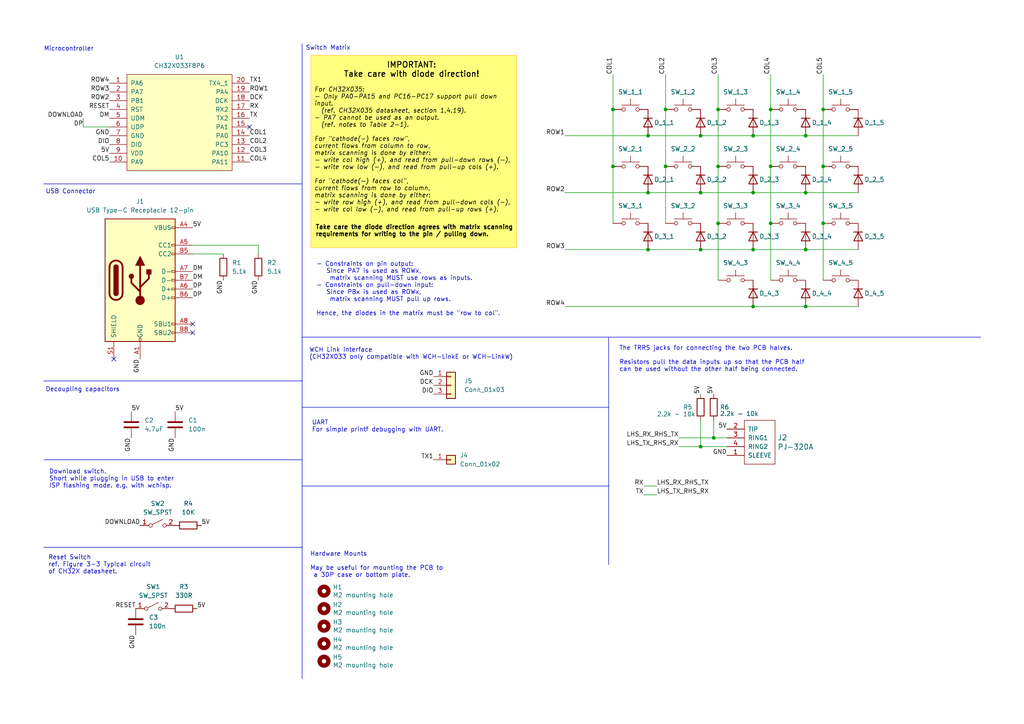
<source format=kicad_sch>
(kicad_sch (version 20231120) (generator "eeschema") (generator_version "8.0")
  (paper "A4")
  (title_block (title "CH32X-36 (LHS)") (date "2025-03-11") (rev "rev2025.1") (company "Richard Goulter (rgoulter)") (comment 1 "Using CH32X MCU.") (comment 2 "LHS of split 3x5+3 keyboard") (comment 3 "Project: https://github.com/rgoulter/keyboard-labs"))
  (lib_symbols
    (symbol "Connector:USB_C_Receptacle_USB2.0" (pin_names (offset 1.016))
      (property "Reference" "J" (at -10.16 19.05 0))
      (property "Value" "USB_C_Receptacle_USB2.0" (at 19.05 19.05 0))
      (symbol "USB_C_Receptacle_USB2.0_0_0"
        (rectangle (start -0.254 -17.78) (end 0.254 -16.764))
        (rectangle (start 10.16 -14.986) (end 9.144 -15.494))
        (rectangle (start 10.16 -12.446) (end 9.144 -12.954))
        (rectangle (start 10.16 -4.826) (end 9.144 -5.334))
        (rectangle (start 10.16 -2.286) (end 9.144 -2.794))
        (rectangle (start 10.16 0.254) (end 9.144 -0.254))
        (rectangle (start 10.16 2.794) (end 9.144 2.286))
        (rectangle (start 10.16 7.874) (end 9.144 7.366))
        (rectangle (start 10.16 10.414) (end 9.144 9.906))
        (rectangle (start 10.16 15.494) (end 9.144 14.986))
      )
      (symbol "USB_C_Receptacle_USB2.0_0_1"
        (rectangle (start -10.16 17.78) (end 10.16 -17.78) (stroke (width 0.254)) (fill (type background)))
        (arc (start -8.89 -3.81) (mid -6.985 -5.7067) (end -5.08 -3.81) (stroke (width 0.508)))
        (arc (start -7.62 -3.81) (mid -6.985 -4.4423) (end -6.35 -3.81) (stroke (width 0.254)))
        (arc (start -7.62 -3.81) (mid -6.985 -4.4423) (end -6.35 -3.81) (stroke (width 0.254)) (fill (type outline)))
        (rectangle (start -7.62 -3.81) (end -6.35 3.81) (stroke (width 0.254)) (fill (type outline)))
        (arc (start -6.35 3.81) (mid -6.985 4.4423) (end -7.62 3.81) (stroke (width 0.254)))
        (arc (start -6.35 3.81) (mid -6.985 4.4423) (end -7.62 3.81) (stroke (width 0.254)) (fill (type outline)))
        (arc (start -5.08 3.81) (mid -6.985 5.7067) (end -8.89 3.81) (stroke (width 0.508)))
        (circle (center -2.54 1.143) (radius 0.635) (stroke (width 0.254)) (fill (type outline)))
        (circle (center 0 -5.842) (radius 1.27) (fill (type outline)))
        (polyline (pts (xy -8.89 -3.81) (xy -8.89 3.81)) (stroke (width 0.508)))
        (polyline (pts (xy -5.08 3.81) (xy -5.08 -3.81)) (stroke (width 0.508)))
        (polyline (pts (xy 0 -5.842) (xy 0 4.318)) (stroke (width 0.508)))
        (polyline (pts (xy 0 -3.302) (xy -2.54 -0.762) (xy -2.54 0.508)) (stroke (width 0.508)))
        (polyline (pts (xy 0 -2.032) (xy 2.54 0.508) (xy 2.54 1.778)) (stroke (width 0.508)))
        (polyline (pts (xy -1.27 4.318) (xy 0 6.858) (xy 1.27 4.318) (xy -1.27 4.318)) (stroke (width 0.254)) (fill (type outline)))
        (rectangle (start 1.905 1.778) (end 3.175 3.048) (stroke (width 0.254)) (fill (type outline)))
      )
      (symbol "USB_C_Receptacle_USB2.0_1_1"
        (pin passive line (at 0 -22.86 90) (length 5.08) (name "GND") (number "A1"))
        (pin passive line (at 0 -22.86 90) (length 5.08) hide (name "GND") (number "A12"))
        (pin passive line (at 15.24 15.24 180) (length 5.08) (name "VBUS") (number "A4"))
        (pin bidirectional line (at 15.24 10.16 180) (length 5.08) (name "CC1") (number "A5"))
        (pin bidirectional line (at 15.24 -2.54 180) (length 5.08) (name "D+") (number "A6"))
        (pin bidirectional line (at 15.24 2.54 180) (length 5.08) (name "D-") (number "A7"))
        (pin bidirectional line (at 15.24 -12.7 180) (length 5.08) (name "SBU1") (number "A8"))
        (pin passive line (at 15.24 15.24 180) (length 5.08) hide (name "VBUS") (number "A9"))
        (pin passive line (at 0 -22.86 90) (length 5.08) hide (name "GND") (number "B1"))
        (pin passive line (at 0 -22.86 90) (length 5.08) hide (name "GND") (number "B12"))
        (pin passive line (at 15.24 15.24 180) (length 5.08) hide (name "VBUS") (number "B4"))
        (pin bidirectional line (at 15.24 7.62 180) (length 5.08) (name "CC2") (number "B5"))
        (pin bidirectional line (at 15.24 -5.08 180) (length 5.08) (name "D+") (number "B6"))
        (pin bidirectional line (at 15.24 0 180) (length 5.08) (name "D-") (number "B7"))
        (pin bidirectional line (at 15.24 -15.24 180) (length 5.08) (name "SBU2") (number "B8"))
        (pin passive line (at 15.24 15.24 180) (length 5.08) hide (name "VBUS") (number "B9"))
        (pin passive line (at -7.62 -22.86 90) (length 5.08) (name "SHIELD") (number "S1"))
      )
    )
    (symbol "Connector_Generic:Conn_01x01" (pin_names (offset 1.016) hide)
      (property "Reference" "J" (at 0 2.54 0))
      (property "Value" "Conn_01x01" (at 0 -2.54 0))
      (symbol "Conn_01x01_1_1"
        (rectangle (start -1.27 0.127) (end 0 -0.127) (stroke (width 0.1524)))
        (rectangle (start -1.27 1.27) (end 1.27 -1.27) (stroke (width 0.254)) (fill (type background)))
        (pin passive line (at -5.08 0 0) (length 3.81) (name "Pin_1") (number "1"))
      )
    )
    (symbol "Connector_Generic:Conn_01x03" (pin_names (offset 1.016) hide)
      (property "Reference" "J" (at 0 5.08 0))
      (property "Value" "Conn_01x03" (at 0 -5.08 0))
      (symbol "Conn_01x03_1_1"
        (rectangle (start -1.27 -2.413) (end 0 -2.667) (stroke (width 0.1524)))
        (rectangle (start -1.27 0.127) (end 0 -0.127) (stroke (width 0.1524)))
        (rectangle (start -1.27 2.667) (end 0 2.413) (stroke (width 0.1524)))
        (rectangle (start -1.27 3.81) (end 1.27 -3.81) (stroke (width 0.254)) (fill (type background)))
        (pin passive line (at -5.08 2.54 0) (length 3.81) (name "Pin_1") (number "1"))
        (pin passive line (at -5.08 0 0) (length 3.81) (name "Pin_2") (number "2"))
        (pin passive line (at -5.08 -2.54 0) (length 3.81) (name "Pin_3") (number "3"))
      )
    )
    (symbol "Device:C" (pin_numbers hide) (pin_names (offset 0.254))
      (property "Reference" "C" (at 0.635 2.54 0))
      (property "Value" "C" (at 0.635 -2.54 0))
      (symbol "C_0_1"
        (polyline (pts (xy -2.032 -0.762) (xy 2.032 -0.762)) (stroke (width 0.508)))
        (polyline (pts (xy -2.032 0.762) (xy 2.032 0.762)) (stroke (width 0.508)))
      )
      (symbol "C_1_1"
        (pin passive line (at 0 3.81 270) (length 2.794) (name "~") (number "1"))
        (pin passive line (at 0 -3.81 90) (length 2.794) (name "~") (number "2"))
      )
    )
    (symbol "Device:D" (pin_numbers hide) (pin_names (offset 1.016) hide)
      (property "Reference" "D" (at 0 2.54 0))
      (property "Value" "D" (at 0 -2.54 0))
      (symbol "D_0_1"
        (polyline (pts (xy -1.27 1.27) (xy -1.27 -1.27)) (stroke (width 0.254)))
        (polyline (pts (xy 1.27 0) (xy -1.27 0)))
        (polyline (pts (xy 1.27 1.27) (xy 1.27 -1.27) (xy -1.27 0) (xy 1.27 1.27)) (stroke (width 0.254)))
      )
      (symbol "D_1_1"
        (pin passive line (at -3.81 0 0) (length 2.54) (name "K") (number "1"))
        (pin passive line (at 3.81 0 180) (length 2.54) (name "A") (number "2"))
      )
    )
    (symbol "Device:R" (pin_numbers hide) (pin_names (offset 0))
      (property "Reference" "R" (at 2.032 0 90))
      (property "Value" "R" (at 0 0 90))
      (symbol "R_0_1"
        (rectangle (start -1.016 -2.54) (end 1.016 2.54) (stroke (width 0.254)))
      )
      (symbol "R_1_1"
        (pin passive line (at 0 3.81 270) (length 1.27) (name "~") (number "1"))
        (pin passive line (at 0 -3.81 90) (length 1.27) (name "~") (number "2"))
      )
    )
    (symbol "Mechanical:MountingHole" (pin_names (offset 1.016))
      (property "Reference" "H" (at 0 5.08 0))
      (property "Value" "MountingHole" (at 0 3.175 0))
      (symbol "MountingHole_0_1"
        (circle (center 0 0) (radius 1.27) (stroke (width 1.27)))
      )
    )
    (symbol "ProjectLocal:CH32X033F8P6" (pin_names (offset 1.016))
      (property "Reference" "U" (at -12.7 27.94 0))
      (property "Value" "CH32X033F8P6" (at 0 12.7 90))
      (symbol "CH32X033F8P6_0_1"
        (rectangle (start -15.24 25.4) (end 15.24 -2.54) (fill (type background)))
      )
      (symbol "CH32X033F8P6_1_1"
        (pin bidirectional line (at -20.32 22.86 0) (length 5.08) (name "PA6") (number "1"))
        (pin bidirectional line (at -20.32 0 0) (length 5.08) (name "PA9") (number "10"))
        (pin bidirectional line (at 20.32 0 180) (length 5.08) (name "PA11") (number "11") (alternate "" input line))
        (pin bidirectional line (at 20.32 2.54 180) (length 5.08) (name "PA10") (number "12") (alternate "" input line))
        (pin bidirectional line (at 20.32 5.08 180) (length 5.08) (name "PC3") (number "13"))
        (pin bidirectional line (at 20.32 7.62 180) (length 5.08) (name "PA0") (number "14"))
        (pin bidirectional line (at 20.32 10.16 180) (length 5.08) (name "PA1") (number "15"))
        (pin bidirectional line (at 20.32 12.7 180) (length 5.08) (name "PA2") (number "16") (alternate "TX2" bidirectional line))
        (pin bidirectional line (at 20.32 15.24 180) (length 5.08) (name "PA3") (number "17") (alternate "RX2" bidirectional line))
        (pin bidirectional line (at 20.32 17.78 180) (length 5.08) (name "PC19") (number "18") (alternate "DCK" power_out line))
        (pin bidirectional line (at 20.32 20.32 180) (length 5.08) (name "PA4") (number "19"))
        (pin input line (at -20.32 20.32 0) (length 5.08) (name "PA7") (number "2") (alternate "" input line))
        (pin bidirectional line (at 20.32 22.86 180) (length 5.08) (name "PA5") (number "20") (alternate "" input line) (alternate "TX4_1" power_out line))
        (pin input line (at -20.32 17.78 0) (length 5.08) (name "PB1") (number "3") (alternate "" input line))
        (pin bidirectional line (at -20.32 15.24 0) (length 5.08) (name "PB7") (number "4") (alternate "RST" bidirectional line))
        (pin input line (at -20.32 12.7 0) (length 5.08) (name "PC16") (number "5") (alternate "UDM" bidirectional line))
        (pin input line (at -20.32 10.16 0) (length 5.08) (name "PC17") (number "6") (alternate "UDP" bidirectional line))
        (pin input line (at -20.32 7.62 0) (length 5.08) (name "GND") (number "7"))
        (pin bidirectional line (at -20.32 5.08 0) (length 5.08) (name "PC18") (number "8") (alternate "DIO" bidirectional line))
        (pin input line (at -20.32 2.54 0) (length 5.08) (name "VDD") (number "9"))
      )
    )
    (symbol "Switch:SW_Push" (pin_numbers hide) (pin_names (offset 1.016) hide)
      (property "Reference" "SW" (at 1.27 2.54 0))
      (property "Value" "SW_Push" (at 0 -1.524 0))
      (symbol "SW_Push_0_1"
        (circle (center -2.032 0) (radius 0.508))
        (polyline (pts (xy 0 1.27) (xy 0 3.048)))
        (polyline (pts (xy 2.54 1.27) (xy -2.54 1.27)))
        (circle (center 2.032 0) (radius 0.508))
        (pin passive line (at -5.08 0 0) (length 2.54) (name "1") (number "1"))
        (pin passive line (at 5.08 0 180) (length 2.54) (name "2") (number "2"))
      )
    )
    (symbol "Switch:SW_SPST" (pin_names (offset 0) hide)
      (property "Reference" "SW" (at 0 3.175 0))
      (property "Value" "SW_SPST" (at 0 -2.54 0))
      (symbol "SW_SPST_0_0"
        (circle (center -2.032 0) (radius 0.508))
        (polyline (pts (xy -1.524 0.254) (xy 1.524 1.778)))
        (circle (center 2.032 0) (radius 0.508))
      )
      (symbol "SW_SPST_1_1"
        (pin passive line (at -5.08 0 0) (length 2.54) (name "A") (number "1"))
        (pin passive line (at 5.08 0 180) (length 2.54) (name "B") (number "2"))
      )
    )
    (symbol "keebio:TRRS" (pin_names (offset 1.016))
      (property "Reference" "U" (at 0 15.24 0))
      (property "Value" "TRRS" (at 0 -2.54 0))
      (symbol "TRRS_0_1"
        (rectangle (start -3.81 0) (end -3.81 12.7))
        (rectangle (start -3.81 12.7) (end 5.08 12.7))
        (rectangle (start 5.08 0) (end -3.81 0))
        (rectangle (start 5.08 12.7) (end 5.08 0))
      )
      (symbol "TRRS_1_1"
        (pin input line (at -8.89 2.54 0) (length 5.08) (name "SLEEVE") (number "1"))
        (pin input line (at -8.89 10.16 0) (length 5.08) (name "TIP") (number "2"))
        (pin input line (at -8.89 7.62 0) (length 5.08) (name "RING1") (number "3"))
        (pin input line (at -8.89 5.08 0) (length 5.08) (name "RING2") (number "4"))
      )
    )
  )
  (junction (at 187.96 55.88))
  (junction (at 233.68 88.9))
  (junction (at 218.44 55.88))
  (junction (at 208.28 31.75))
  (junction (at 203.2 55.88))
  (junction (at 233.68 55.88))
  (junction (at 177.8 48.26))
  (junction (at 233.68 39.37))
  (junction (at 223.52 31.75))
  (junction (at 207.01 127))
  (junction (at 208.28 48.26))
  (junction (at 187.96 72.39))
  (junction (at 203.2 39.37))
  (junction (at 177.8 31.75))
  (junction (at 238.76 48.26))
  (junction (at 218.44 39.37))
  (junction (at 193.04 48.26))
  (junction (at 238.76 64.77))
  (junction (at 218.44 88.9))
  (junction (at 193.04 31.75))
  (junction (at 233.68 72.39))
  (junction (at 218.44 72.39))
  (junction (at 238.76 31.75))
  (junction (at 187.96 39.37))
  (junction (at 223.52 48.26))
  (junction (at 208.28 64.77))
  (junction (at 223.52 64.77))
  (junction (at 203.2 129.54))
  (junction (at 203.2 72.39))
  (no_connect (at 33.02 104.14))
  (no_connect (at 55.88 93.98))
  (no_connect (at 72.39 36.83))
  (no_connect (at 55.88 96.52))
  (polyline (pts (xy 12.7 110.49) (xy 87.63 110.49)))
  (wire (pts (xy 223.52 21.59) (xy 223.52 31.75)))
  (polyline (pts (xy 87.63 110.49) (xy 87.63 97.79)))
  (wire (pts (xy 186.69 140.97) (xy 190.5 140.97)))
  (wire (pts (xy 218.44 39.37) (xy 233.68 39.37)))
  (wire (pts (xy 208.28 31.75) (xy 208.28 48.26)))
  (wire (pts (xy 207.01 127) (xy 207.01 121.92)))
  (wire (pts (xy 208.28 64.77) (xy 208.28 81.28)))
  (wire (pts (xy 203.2 129.54) (xy 210.82 129.54)))
  (polyline (pts (xy 12.7 133.35) (xy 87.63 133.35)))
  (wire (pts (xy 203.2 55.88) (xy 218.44 55.88)))
  (polyline (pts (xy 87.63 110.49) (xy 87.63 196.85)))
  (wire (pts (xy 196.85 129.54) (xy 203.2 129.54)))
  (wire (pts (xy 233.68 88.9) (xy 248.92 88.9)))
  (wire (pts (xy 163.83 55.88) (xy 187.96 55.88)))
  (wire (pts (xy 177.8 48.26) (xy 177.8 64.77)))
  (wire (pts (xy 163.83 72.39) (xy 187.96 72.39)))
  (wire (pts (xy 193.04 31.75) (xy 193.04 48.26)))
  (wire (pts (xy 55.88 73.66) (xy 64.77 73.66)))
  (wire (pts (xy 238.76 64.77) (xy 238.76 81.28)))
  (wire (pts (xy 218.44 88.9) (xy 233.68 88.9)))
  (wire (pts (xy 203.2 72.39) (xy 218.44 72.39)))
  (wire (pts (xy 187.96 55.88) (xy 203.2 55.88)))
  (wire (pts (xy 208.28 48.26) (xy 208.28 64.77)))
  (wire (pts (xy 55.88 71.12) (xy 74.93 71.12)))
  (wire (pts (xy 193.04 48.26) (xy 193.04 64.77)))
  (polyline (pts (xy 87.63 118.11) (xy 176.53 118.11)))
  (polyline (pts (xy 176.53 97.79) (xy 176.53 163.83)))
  (wire (pts (xy 223.52 48.26) (xy 223.52 64.77)))
  (polyline (pts (xy 87.63 12.7) (xy 87.63 97.79)))
  (wire (pts (xy 187.96 72.39) (xy 203.2 72.39)))
  (wire (pts (xy 74.93 73.66) (xy 74.93 71.12)))
  (wire (pts (xy 233.68 39.37) (xy 248.92 39.37)))
  (wire (pts (xy 24.13 36.83) (xy 24.13 34.29)))
  (wire (pts (xy 223.52 31.75) (xy 223.52 48.26)))
  (wire (pts (xy 208.28 21.59) (xy 208.28 31.75)))
  (wire (pts (xy 203.2 39.37) (xy 218.44 39.37)))
  (wire (pts (xy 193.04 21.59) (xy 193.04 31.75)))
  (wire (pts (xy 223.52 64.77) (xy 223.52 81.28)))
  (wire (pts (xy 238.76 48.26) (xy 238.76 64.77)))
  (polyline (pts (xy 87.63 140.97) (xy 176.53 140.97)))
  (wire (pts (xy 238.76 31.75) (xy 238.76 48.26)))
  (wire (pts (xy 24.13 36.83) (xy 31.75 36.83)))
  (wire (pts (xy 163.83 39.37) (xy 187.96 39.37)))
  (wire (pts (xy 163.83 88.9) (xy 218.44 88.9)))
  (polyline (pts (xy 12.7 53.34) (xy 87.63 53.34)))
  (polyline (pts (xy 87.63 97.79) (xy 284.48 97.79)))
  (polyline (pts (xy 12.7 158.75) (xy 87.63 158.75)))
  (wire (pts (xy 233.68 72.39) (xy 248.92 72.39)))
  (wire (pts (xy 186.69 143.51) (xy 190.5 143.51)))
  (wire (pts (xy 203.2 129.54) (xy 203.2 121.92)))
  (wire (pts (xy 233.68 55.88) (xy 248.92 55.88)))
  (wire (pts (xy 238.76 21.59) (xy 238.76 31.75)))
  (wire (pts (xy 177.8 31.75) (xy 177.8 48.26)))
  (wire (pts (xy 177.8 21.59) (xy 177.8 31.75)))
  (wire (pts (xy 218.44 55.88) (xy 233.68 55.88)))
  (wire (pts (xy 196.85 127) (xy 207.01 127)))
  (wire (pts (xy 218.44 72.39) (xy 233.68 72.39)))
  (wire (pts (xy 207.01 127) (xy 210.82 127)))
  (wire (pts (xy 187.96 39.37) (xy 203.2 39.37)))
  (text_box "\n\n\n\nFor CH32X035:\n- Only PA0-PA15 and PC16-PC17 support pull down input.\n  (ref. CH32X035 datasheet, section 1.4.19).\n- PA7 cannot be used as an output.\n  (ref. notes to Table 2-1).\n\nFor \"cathode(-) faces row\",\ncurrent flows from column to row,\nmatrix scanning is done by either:\n- write col high (+), and read from pull-down rows (-),\n- write row low (-), and read from pull-up cols (+).\n\nFor \"cathode(-) faces col\",\ncurrent flows from row to column,\nmatrix scanning is done by either:\n- write row high (+), and read from pull-down cols (-),\n- write col low (-), and read from pull-up rows (+)." (at 90.17 16.002 0) (size 59.69 55.88) (stroke (width 0.0254) (color 255 153 0 1)) (fill (type color) (color 255 255 0 0.51)) (effects (font (size 1.27 1.27) (italic yes)) (justify left top)))
  (text "Hardware Mounts\n\nMay be useful for mounting the PCB to\n a 3DP case or bottom plate." (at 89.916 167.64 0) (effects (font (size 1.27 1.27)) (justify left bottom)))
  (text "UART\nFor simple printf debugging with UART." (at 90.424 125.476 0) (effects (font (size 1.27 1.27)) (justify left bottom)))
  (text "IMPORTANT:\nTake care with diode direction!" (at 119.38 20.32 0) (effects (font (size 1.651 1.651) (thickness 0.254) (bold yes))))
  (text "The TRRS jacks for connecting the two PCB halves.\n\nResistors pull the data inputs up so that the PCB half\ncan be used without the other half being connected." (at 179.578 107.95 0) (effects (font (size 1.27 1.27)) (justify left bottom)))
  (text "Download switch.\nShort while plugging in USB to enter\nISP flashing mode. e.g. with wchisp." (at 14.224 141.732 0) (effects (font (size 1.27 1.27)) (justify left bottom)))
  (text "Take care the diode direction agrees with matrix scanning\nrequirements for writing to the pin / pulling down." (at 91.44 67.056 0) (effects (font (size 1.27 1.27) (thickness 0.254) (bold yes)) (justify left)))
  (text "Microcontroller" (at 12.7 14.986 0) (effects (font (size 1.27 1.27)) (justify left bottom)))
  (text "Decoupling capacitors" (at 13.208 113.792 0) (effects (font (size 1.27 1.27)) (justify left bottom)))
  (text "USB Connector" (at 13.208 56.388 0) (effects (font (size 1.27 1.27)) (justify left bottom)))
  (text "WCH Link interface\n(CH32X033 only compatible with WCH-LinkE or WCH-LinkW)" (at 89.662 104.394 0) (effects (font (size 1.27 1.27)) (justify left bottom)))
  (text "Reset Switch\nref. Figure 3-3 Typical circuit\nof CH32X datasheet." (at 13.97 166.624 0) (effects (font (size 1.27 1.27)) (justify left bottom)))
  (text "Switch Matrix" (at 88.646 14.732 0) (effects (font (size 1.27 1.27)) (justify left bottom)))
  (text "- Constraints on pin output:\n   Since PA7 is used as ROWx,\n    matrix scanning MUST use rows as inputs.\n- Constraints on pull-down input:\n   Since PBx is used as ROWx,\n    matrix scanning MUST pull up rows.\n\nHence, the diodes in the matrix must be \"row to col\". " (at 91.694 75.946 0) (effects (font (size 1.27 1.27)) (justify left top)))
  (label "5V" (at 50.8 119.38 0))
  (label "COL4" (at 223.52 21.59 90))
  (label "ROW2" (at 163.83 55.88 180))
  (label "5V" (at 58.42 152.4 0))
  (label "DCK" (at 72.39 29.21 0))
  (label "GND" (at 38.1 127 270))
  (label "LHS_TX_RHS_RX" (at 196.85 129.54 180))
  (label "COL1" (at 177.8 21.59 90))
  (label "5V" (at 38.1 119.38 0))
  (label "RX" (at 186.69 140.97 180))
  (label "COL2" (at 193.04 21.59 90))
  (label "COL5" (at 238.76 21.59 90))
  (label "RESET" (at 31.75 31.75 180))
  (label "RESET" (at 39.37 176.53 180))
  (label "DIO" (at 125.73 114.3 180))
  (label "COL4" (at 72.39 46.99 0))
  (label "5V" (at 203.2 114.3 90))
  (label "ROW4" (at 163.83 88.9 180))
  (label "5V" (at 55.88 66.04 0))
  (label "DP" (at 55.88 86.36 0))
  (label "TX" (at 186.69 143.51 180))
  (label "DM" (at 55.88 81.28 0))
  (label "5V" (at 210.82 124.46 180))
  (label "LHS_TX_RHS_RX" (at 190.5 143.51 0))
  (label "GND" (at 125.73 109.22 180))
  (label "ROW1" (at 163.83 39.37 180))
  (label "5V" (at 207.01 114.3 90))
  (label "5V" (at 57.15 176.53 0))
  (label "GND" (at 39.37 184.15 270))
  (label "GND" (at 210.82 132.08 180))
  (label "GND" (at 74.93 81.28 270))
  (label "TX1" (at 125.73 133.35 180))
  (label "RX" (at 72.39 31.75 0))
  (label "DIO" (at 31.75 41.91 180))
  (label "COL3" (at 208.28 21.59 90))
  (label "DP" (at 24.13 36.83 180))
  (label "ROW3" (at 31.75 26.67 180))
  (label "COL2" (at 72.39 41.91 0))
  (label "DP" (at 55.88 83.82 0))
  (label "COL1" (at 72.39 39.37 0))
  (label "GND" (at 64.77 81.28 270))
  (label "ROW4" (at 31.75 24.13 180))
  (label "GND" (at 40.64 104.14 270))
  (label "DM" (at 31.75 34.29 180))
  (label "COL3" (at 72.39 44.45 0))
  (label "LHS_RX_RHS_TX" (at 190.5 140.97 0))
  (label "GND" (at 50.8 127 270))
  (label "ROW3" (at 163.83 72.39 180))
  (label "GND" (at 31.75 39.37 180))
  (label "TX" (at 72.39 34.29 0))
  (label "COL5" (at 31.75 46.99 180))
  (label "DOWNLOAD" (at 24.13 34.29 180))
  (label "DCK" (at 125.73 111.76 180))
  (label "ROW2" (at 31.75 29.21 180))
  (label "DM" (at 55.88 78.74 0))
  (label "TX1" (at 72.39 24.13 0))
  (label "5V" (at 31.75 44.45 180))
  (label "ROW1" (at 72.39 26.67 0))
  (label "LHS_RX_RHS_TX" (at 196.85 127 180))
  (label "DOWNLOAD" (at 40.64 152.4 180))
  (symbol (lib_id "ProjectLocal:CH32X033F8P6") (at 52.07 46.99 0) (unit 1)
    (property "Reference" "U1" (at 52.07 16.51 0))
    (property "Value" "CH32X033F8P6" (at 52.07 19.05 0))
    (property "Footprint" "Package_SO:TSSOP-20_4.4x6.5mm_P0.65mm" (effects (hide yes)))
    (property "Description" "CH32X033F8P6" (effects (hide yes)))
    (pin "11" (alternate "PA11"))
    (pin "12" (alternate "PA10"))
    (pin "16" (alternate "TX2"))
    (pin "17" (alternate "RX2"))
    (pin "18" (alternate "DCK"))
    (pin "2" (alternate "PA7"))
    (pin "20" (alternate "TX4_1"))
    (pin "3" (alternate "PB1"))
    (pin "4" (alternate "RST"))
    (pin "5" (alternate "UDM"))
    (pin "6" (alternate "UDP"))
    (pin "8" (alternate "DIO"))
  )
  (symbol (lib_id "Switch:SW_Push") (at 198.12 64.77 0) (unit 1)
    (property "Reference" "SW_3_2" (at 198.12 59.69 0))
    (property "Value" "MX-compatible" (effects (hide yes)))
    (property "Footprint" "ProjectLocal:SW_Cherry_MX_PCB_1.00u_BSilkRef" (effects (hide yes)))
    (property "Description" "Mechanical Keyboard Switch" (effects (hide yes)))
  )
  (symbol (lib_id "Device:D") (at 248.92 85.09 270) (unit 1)
    (property "Reference" "D_4_5" (at 256.54 85.09 90) (effects (justify right)))
    (property "Value" "1N4148" (effects (hide yes)))
    (property "Footprint" "Diode_SMD:D_SOD-123" (effects (hide yes)))
    (property "Description" "Diode (0805)" (effects (hide yes)))
    (property "LCSC" "C81598" (effects (hide yes)))
  )
  (symbol (lib_id "Device:D") (at 248.92 35.56 270) (unit 1)
    (property "Reference" "D_1_5" (at 256.54 35.56 90) (effects (justify right)))
    (property "Value" "1N4148" (effects (hide yes)))
    (property "Footprint" "Diode_SMD:D_SOD-123" (effects (hide yes)))
    (property "Description" "Diode (0805)" (effects (hide yes)))
    (property "LCSC" "C81598" (effects (hide yes)))
  )
  (symbol (lib_id "Device:D") (at 218.44 85.09 270) (unit 1)
    (property "Reference" "D_4_3" (at 226.06 85.09 90) (effects (justify right)))
    (property "Value" "1N4148" (effects (hide yes)))
    (property "Footprint" "Diode_SMD:D_SOD-123" (effects (hide yes)))
    (property "Description" "Diode (0805)" (effects (hide yes)))
    (property "LCSC" "C81598" (effects (hide yes)))
  )
  (symbol (lib_id "Switch:SW_Push") (at 228.6 81.28 0) (unit 1)
    (property "Reference" "SW_4_4" (at 228.6 76.2 0))
    (property "Value" "MX-compatible" (effects (hide yes)))
    (property "Footprint" "ProjectLocal:SW_Cherry_MX_PCB_1.00u_BSilkRef" (effects (hide yes)))
    (property "Description" "Mechanical Keyboard Switch" (effects (hide yes)))
  )
  (symbol (lib_id "Switch:SW_Push") (at 198.12 31.75 0) (unit 1)
    (property "Reference" "SW_1_2" (at 198.12 26.67 0))
    (property "Value" "MX-compatible" (effects (hide yes)))
    (property "Footprint" "ProjectLocal:SW_Cherry_MX_PCB_1.00u_BSilkRef" (effects (hide yes)))
    (property "Description" "Mechanical Keyboard Switch" (effects (hide yes)))
  )
  (symbol (lib_id "Switch:SW_Push") (at 228.6 31.75 0) (unit 1)
    (property "Reference" "SW_1_4" (at 228.6 26.67 0))
    (property "Value" "MX-compatible" (effects (hide yes)))
    (property "Footprint" "ProjectLocal:SW_Cherry_MX_PCB_1.00u_BSilkRef" (effects (hide yes)))
    (property "Description" "Mechanical Keyboard Switch" (effects (hide yes)))
  )
  (symbol (lib_id "Mechanical:MountingHole") (at 93.98 181.61 0) (unit 1)
    (property "Reference" "H3" (at 96.52 180.4416 0) (effects (justify left)))
    (property "Value" "M2 mounting hole" (at 96.52 182.753 0) (effects (justify left)))
    (property "Footprint" "MountingHole:MountingHole_2.2mm_M2_DIN965" (effects (hide yes)))
  )
  (symbol (lib_id "Device:R") (at 64.77 77.47 0) (unit 1)
    (property "Reference" "R1" (at 67.31 76.2 0) (effects (justify left)))
    (property "Value" "5.1k" (at 67.31 78.74 0) (effects (justify left)))
    (property "Footprint" "Resistor_SMD:R_0805_2012Metric" (effects (hide yes)))
    (property "LCSC" "C27834" (effects (hide yes)))
  )
  (symbol (lib_id "Mechanical:MountingHole") (at 93.98 176.53 0) (unit 1)
    (property "Reference" "H2" (at 96.52 175.3616 0) (effects (justify left)))
    (property "Value" "M2 mounting hole" (at 96.52 177.673 0) (effects (justify left)))
    (property "Footprint" "MountingHole:MountingHole_2.2mm_M2_DIN965" (effects (hide yes)))
  )
  (symbol (lib_id "Connector_Generic:Conn_01x01") (at 130.81 133.35 0) (unit 1) (in_bom no)
    (property "Reference" "J4" (at 133.35 132.0799 0) (effects (justify left)))
    (property "Value" "Conn_01x02" (at 133.35 134.6199 0) (effects (justify left)))
    (property "Footprint" "Connector_PinHeader_2.54mm:PinHeader_1x01_P2.54mm_Vertical" (effects (hide yes)))
    (property "Description" "Generic connector, single row, 01x01, script generated (kicad-library-utils/schlib/autogen/connector/)" (effects (hide yes)))
  )
  (symbol (lib_id "Device:D") (at 233.68 85.09 270) (unit 1)
    (property "Reference" "D_4_4" (at 241.3 85.09 90) (effects (justify right)))
    (property "Value" "1N4148" (effects (hide yes)))
    (property "Footprint" "Diode_SMD:D_SOD-123" (effects (hide yes)))
    (property "Description" "Diode (0805)" (effects (hide yes)))
    (property "LCSC" "C81598" (effects (hide yes)))
  )
  (symbol (lib_id "Device:D") (at 248.92 68.58 270) (unit 1)
    (property "Reference" "D_3_5" (at 256.54 68.58 90) (effects (justify right)))
    (property "Value" "1N4148" (effects (hide yes)))
    (property "Footprint" "Diode_SMD:D_SOD-123" (effects (hide yes)))
    (property "Description" "Diode (0805)" (effects (hide yes)))
    (property "LCSC" "C81598" (effects (hide yes)))
  )
  (symbol (lib_id "Connector:USB_C_Receptacle_USB2.0") (at 40.64 81.28 0) (unit 1)
    (property "Reference" "J1" (at 40.64 58.42 0))
    (property "Value" "USB Type-C Receptacle 12-pin" (at 40.64 60.96 0))
    (property "Footprint" "Connector_USB:USB_C_Receptacle_HRO_TYPE-C-31-M-12" (effects (hide yes)))
    (property "Datasheet" "https://www.usb.org/sites/default/files/documents/usb_type-c.zip" (effects (hide yes)))
    (property "LCSC" "C165948" (effects (hide yes)))
  )
  (symbol (lib_id "Switch:SW_SPST") (at 45.72 152.4 0) (unit 1) (in_bom no)
    (property "Reference" "SW2" (at 45.72 146.05 0))
    (property "Value" "SW_SPST" (at 45.72 148.59 0))
    (property "Footprint" "Connector_Wire:SolderWire-0.5sqmm_1x02_P4.6mm_D0.9mm_OD2.1mm" (effects (hide yes)))
  )
  (symbol (lib_id "Switch:SW_Push") (at 243.84 64.77 0) (unit 1)
    (property "Reference" "SW_3_5" (at 243.84 59.69 0))
    (property "Value" "MX-compatible" (effects (hide yes)))
    (property "Footprint" "ProjectLocal:SW_Cherry_MX_PCB_1.00u_BSilkRef" (effects (hide yes)))
    (property "Description" "Mechanical Keyboard Switch" (effects (hide yes)))
  )
  (symbol (lib_id "Device:C") (at 38.1 123.19 0) (unit 1)
    (property "Reference" "C2" (at 41.91 121.9199 0) (effects (justify left)))
    (property "Value" "4.7uF" (at 41.91 124.4599 0) (effects (justify left)))
    (property "Footprint" "Capacitor_SMD:C_0805_2012Metric" (effects (hide yes)))
    (property "LCSC" "C1779" (effects (hide yes)))
  )
  (symbol (lib_id "Switch:SW_Push") (at 182.88 48.26 0) (unit 1)
    (property "Reference" "SW_2_1" (at 182.88 43.18 0))
    (property "Value" "MX-compatible" (effects (hide yes)))
    (property "Footprint" "ProjectLocal:SW_Cherry_MX_PCB_1.00u_BSilkRef" (effects (hide yes)))
    (property "Description" "Mechanical Keyboard Switch" (effects (hide yes)))
  )
  (symbol (lib_id "Switch:SW_Push") (at 213.36 81.28 0) (unit 1)
    (property "Reference" "SW_4_3" (at 213.36 76.2 0))
    (property "Value" "MX-compatible" (effects (hide yes)))
    (property "Footprint" "ProjectLocal:SW_Cherry_MX_PCB_1.00u_BSilkRef" (effects (hide yes)))
    (property "Description" "Mechanical Keyboard Switch" (effects (hide yes)))
  )
  (symbol (lib_id "Device:R") (at 207.01 118.11 0) (unit 1)
    (property "Reference" "R6" (at 208.788 118.11 0) (effects (justify left)))
    (property "Value" "2.2k - 10k" (at 208.788 119.253 0) (effects (justify left top)))
    (property "Footprint" "Resistor_SMD:R_0805_2012Metric" (effects (hide yes)))
    (property "Description" "Resistor (0805)" (effects (hide yes)))
    (property "Comment" "R3, for RGB LEDs. R5, R6 for OLED screen" (effects (hide yes)))
  )
  (symbol (lib_id "Device:D") (at 203.2 52.07 270) (unit 1)
    (property "Reference" "D_2_2" (at 210.82 52.07 90) (effects (justify right)))
    (property "Value" "1N4148" (effects (hide yes)))
    (property "Footprint" "Diode_SMD:D_SOD-123" (effects (hide yes)))
    (property "Description" "Diode (0805)" (effects (hide yes)))
    (property "LCSC" "C81598" (effects (hide yes)))
  )
  (symbol (lib_id "Device:R") (at 53.34 176.53 90) (unit 1)
    (property "Reference" "R3" (at 53.34 170.18 90))
    (property "Value" "330R" (at 53.34 172.72 90))
    (property "Footprint" "Resistor_SMD:R_0805_2012Metric" (effects (hide yes)))
    (property "LCSC" "C17630" (effects (hide yes)))
  )
  (symbol (lib_id "Switch:SW_Push") (at 243.84 31.75 0) (unit 1)
    (property "Reference" "SW_1_5" (at 243.84 26.67 0))
    (property "Value" "MX-compatible" (effects (hide yes)))
    (property "Footprint" "ProjectLocal:SW_Cherry_MX_PCB_1.00u_BSilkRef" (effects (hide yes)))
    (property "Description" "Mechanical Keyboard Switch" (effects (hide yes)))
  )
  (symbol (lib_id "Switch:SW_Push") (at 213.36 31.75 0) (unit 1)
    (property "Reference" "SW_1_3" (at 213.36 26.67 0))
    (property "Value" "MX-compatible" (effects (hide yes)))
    (property "Footprint" "ProjectLocal:SW_Cherry_MX_PCB_1.00u_BSilkRef" (effects (hide yes)))
    (property "Description" "Mechanical Keyboard Switch" (effects (hide yes)))
  )
  (symbol (lib_id "Device:D") (at 187.96 52.07 270) (unit 1)
    (property "Reference" "D_2_1" (at 195.58 52.07 90) (effects (justify right)))
    (property "Value" "1N4148" (effects (hide yes)))
    (property "Footprint" "Diode_SMD:D_SOD-123" (effects (hide yes)))
    (property "Description" "Diode (0805)" (effects (hide yes)))
    (property "LCSC" "C81598" (effects (hide yes)))
  )
  (symbol (lib_id "Device:C") (at 50.8 123.19 0) (unit 1)
    (property "Reference" "C1" (at 54.61 121.92 0) (effects (justify left)))
    (property "Value" "100n" (at 54.61 124.46 0) (effects (justify left)))
    (property "Footprint" "Capacitor_SMD:C_0805_2012Metric" (effects (hide yes)))
    (property "LCSC" "C28233" (effects (hide yes)))
  )
  (symbol (lib_id "Device:D") (at 218.44 52.07 270) (unit 1)
    (property "Reference" "D_2_3" (at 226.06 52.07 90) (effects (justify right)))
    (property "Value" "1N4148" (effects (hide yes)))
    (property "Footprint" "Diode_SMD:D_SOD-123" (effects (hide yes)))
    (property "Description" "Diode (0805)" (effects (hide yes)))
    (property "LCSC" "C81598" (effects (hide yes)))
  )
  (symbol (lib_id "Switch:SW_SPST") (at 44.45 176.53 0) (unit 1)
    (property "Reference" "SW1" (at 44.45 170.18 0))
    (property "Value" "SW_SPST" (at 44.45 172.72 0))
    (property "Footprint" "Connector_Wire:SolderWire-0.5sqmm_1x02_P4.6mm_D0.9mm_OD2.1mm" (effects (hide yes)))
  )
  (symbol (lib_id "keebio:TRRS") (at 219.71 134.62 0) (unit 1)
    (property "Reference" "J2" (at 225.5012 126.9238 0) (effects (font (size 1.524 1.524)) (justify left)))
    (property "Value" "PJ-320A" (at 225.5012 129.6162 0) (effects (font (size 1.524 1.524)) (justify left)))
    (property "Footprint" "Keebio-Parts:TRRS-PJ-320A" (effects (hide yes)))
    (property "Description" "TRRS (4-pole) Jack" (effects (hide yes)))
  )
  (symbol (lib_id "Device:D") (at 233.68 52.07 270) (unit 1)
    (property "Reference" "D_2_4" (at 241.3 52.07 90) (effects (justify right)))
    (property "Value" "1N4148" (effects (hide yes)))
    (property "Footprint" "Diode_SMD:D_SOD-123" (effects (hide yes)))
    (property "Description" "Diode (0805)" (effects (hide yes)))
    (property "LCSC" "C81598" (effects (hide yes)))
  )
  (symbol (lib_id "Switch:SW_Push") (at 198.12 48.26 0) (unit 1)
    (property "Reference" "SW_2_2" (at 198.12 43.18 0))
    (property "Value" "MX-compatible" (effects (hide yes)))
    (property "Footprint" "ProjectLocal:SW_Cherry_MX_PCB_1.00u_BSilkRef" (effects (hide yes)))
    (property "Description" "Mechanical Keyboard Switch" (effects (hide yes)))
  )
  (symbol (lib_id "Device:D") (at 218.44 35.56 270) (unit 1)
    (property "Reference" "D_1_3" (at 226.06 35.56 90) (effects (justify right)))
    (property "Value" "1N4148" (effects (hide yes)))
    (property "Footprint" "Diode_SMD:D_SOD-123" (effects (hide yes)))
    (property "Description" "Diode (0805)" (effects (hide yes)))
    (property "LCSC" "C81598" (effects (hide yes)))
  )
  (symbol (lib_id "Device:D") (at 203.2 68.58 270) (unit 1)
    (property "Reference" "D_3_2" (at 210.82 68.58 90) (effects (justify right)))
    (property "Value" "1N4148" (effects (hide yes)))
    (property "Footprint" "Diode_SMD:D_SOD-123" (effects (hide yes)))
    (property "Description" "Diode (0805)" (effects (hide yes)))
    (property "LCSC" "C81598" (effects (hide yes)))
  )
  (symbol (lib_id "Switch:SW_Push") (at 243.84 48.26 0) (unit 1)
    (property "Reference" "SW_2_5" (at 243.84 43.18 0))
    (property "Value" "MX-compatible" (effects (hide yes)))
    (property "Footprint" "ProjectLocal:SW_Cherry_MX_PCB_1.00u_BSilkRef" (effects (hide yes)))
    (property "Description" "Mechanical Keyboard Switch" (effects (hide yes)))
  )
  (symbol (lib_id "Device:R") (at 54.61 152.4 90) (unit 1)
    (property "Reference" "R4" (at 54.61 146.05 90))
    (property "Value" "10K" (at 54.61 148.59 90))
    (property "Footprint" "Resistor_SMD:R_0805_2012Metric" (effects (hide yes)))
    (property "LCSC" "C17414" (effects (hide yes)))
  )
  (symbol (lib_id "Switch:SW_Push") (at 213.36 64.77 0) (unit 1)
    (property "Reference" "SW_3_3" (at 213.36 59.69 0))
    (property "Value" "MX-compatible" (effects (hide yes)))
    (property "Footprint" "ProjectLocal:SW_Cherry_MX_PCB_1.00u_BSilkRef" (effects (hide yes)))
    (property "Description" "Mechanical Keyboard Switch" (effects (hide yes)))
  )
  (symbol (lib_id "Device:D") (at 233.68 35.56 270) (unit 1)
    (property "Reference" "D_1_4" (at 241.3 35.56 90) (effects (justify right)))
    (property "Value" "1N4148" (effects (hide yes)))
    (property "Footprint" "Diode_SMD:D_SOD-123" (effects (hide yes)))
    (property "Description" "Diode (0805)" (effects (hide yes)))
    (property "LCSC" "C81598" (effects (hide yes)))
  )
  (symbol (lib_id "Device:D") (at 248.92 52.07 270) (unit 1)
    (property "Reference" "D_2_5" (at 256.54 52.07 90) (effects (justify right)))
    (property "Value" "1N4148" (effects (hide yes)))
    (property "Footprint" "Diode_SMD:D_SOD-123" (effects (hide yes)))
    (property "Description" "Diode (0805)" (effects (hide yes)))
    (property "LCSC" "C81598" (effects (hide yes)))
  )
  (symbol (lib_id "Switch:SW_Push") (at 243.84 81.28 0) (unit 1)
    (property "Reference" "SW_4_5" (at 243.84 76.2 0))
    (property "Value" "MX-compatible" (effects (hide yes)))
    (property "Footprint" "ProjectLocal:SW_Cherry_MX_PCB_1.00u_BSilkRef" (effects (hide yes)))
    (property "Description" "Mechanical Keyboard Switch" (effects (hide yes)))
  )
  (symbol (lib_id "Switch:SW_Push") (at 213.36 48.26 0) (unit 1)
    (property "Reference" "SW_2_3" (at 213.36 43.18 0))
    (property "Value" "MX-compatible" (effects (hide yes)))
    (property "Footprint" "ProjectLocal:SW_Cherry_MX_PCB_1.00u_BSilkRef" (effects (hide yes)))
    (property "Description" "Mechanical Keyboard Switch" (effects (hide yes)))
  )
  (symbol (lib_id "Mechanical:MountingHole") (at 93.98 171.45 0) (unit 1)
    (property "Reference" "H1" (at 96.52 170.2816 0) (effects (justify left)))
    (property "Value" "M2 mounting hole" (at 96.52 172.593 0) (effects (justify left)))
    (property "Footprint" "MountingHole:MountingHole_2.2mm_M2_DIN965" (effects (hide yes)))
  )
  (symbol (lib_id "Connector_Generic:Conn_01x03") (at 130.81 111.76 0) (unit 1) (in_bom no)
    (property "Reference" "J5" (at 134.62 110.4899 0) (effects (justify left)))
    (property "Value" "Conn_01x03" (at 134.62 113.0299 0) (effects (justify left)))
    (property "Footprint" "Connector_PinHeader_2.54mm:PinHeader_1x03_P2.54mm_Vertical" (effects (hide yes)))
    (property "Description" "Generic connector, single row, 01x03, script generated (kicad-library-utils/schlib/autogen/connector/)" (effects (hide yes)))
  )
  (symbol (lib_id "Device:C") (at 39.37 180.34 0) (unit 1)
    (property "Reference" "C3" (at 43.18 179.0699 0) (effects (justify left)))
    (property "Value" "100n" (at 43.18 181.6099 0) (effects (justify left)))
    (property "Footprint" "Capacitor_SMD:C_0805_2012Metric" (effects (hide yes)))
    (property "LCSC" "C28233" (effects (hide yes)))
  )
  (symbol (lib_id "Device:D") (at 187.96 68.58 270) (unit 1)
    (property "Reference" "D_3_1" (at 195.58 68.58 90) (effects (justify right)))
    (property "Value" "1N4148" (effects (hide yes)))
    (property "Footprint" "Diode_SMD:D_SOD-123" (effects (hide yes)))
    (property "Description" "Diode (0805)" (effects (hide yes)))
    (property "LCSC" "C81598" (effects (hide yes)))
  )
  (symbol (lib_id "Device:D") (at 233.68 68.58 270) (unit 1)
    (property "Reference" "D_3_4" (at 241.3 68.58 90) (effects (justify right)))
    (property "Value" "1N4148" (effects (hide yes)))
    (property "Footprint" "Diode_SMD:D_SOD-123" (effects (hide yes)))
    (property "Description" "Diode (0805)" (effects (hide yes)))
    (property "LCSC" "C81598" (effects (hide yes)))
  )
  (symbol (lib_id "Switch:SW_Push") (at 182.88 64.77 0) (unit 1)
    (property "Reference" "SW_3_1" (at 182.88 59.69 0))
    (property "Value" "MX-compatible" (effects (hide yes)))
    (property "Footprint" "ProjectLocal:SW_Cherry_MX_PCB_1.00u_BSilkRef" (effects (hide yes)))
    (property "Description" "Mechanical Keyboard Switch" (effects (hide yes)))
  )
  (symbol (lib_id "Device:R") (at 74.93 77.47 0) (unit 1)
    (property "Reference" "R2" (at 77.47 76.2 0) (effects (justify left)))
    (property "Value" "5.1k" (at 77.47 78.74 0) (effects (justify left)))
    (property "Footprint" "Resistor_SMD:R_0805_2012Metric" (effects (hide yes)))
    (property "LCSC" "C27834" (effects (hide yes)))
  )
  (symbol (lib_id "Switch:SW_Push") (at 228.6 64.77 0) (unit 1)
    (property "Reference" "SW_3_4" (at 228.6 59.69 0))
    (property "Value" "MX-compatible" (effects (hide yes)))
    (property "Footprint" "ProjectLocal:SW_Cherry_MX_PCB_1.00u_BSilkRef" (effects (hide yes)))
    (property "Description" "Mechanical Keyboard Switch" (effects (hide yes)))
  )
  (symbol (lib_id "Device:R") (at 203.2 118.11 0) (unit 1)
    (property "Reference" "R5" (at 198.12 118.11 0) (effects (justify left)))
    (property "Value" "2.2k - 10k" (at 190.5 119.38 0) (effects (justify left top)))
    (property "Footprint" "Resistor_SMD:R_0805_2012Metric" (effects (hide yes)))
    (property "Description" "Resistor (0805)" (effects (hide yes)))
    (property "Comment" "R3, for RGB LEDs. R5, R6 for OLED screen" (effects (hide yes)))
  )
  (symbol (lib_id "Device:D") (at 203.2 35.56 270) (unit 1)
    (property "Reference" "D_1_2" (at 210.82 35.56 90) (effects (justify right)))
    (property "Value" "1N4148" (effects (hide yes)))
    (property "Footprint" "Diode_SMD:D_SOD-123" (effects (hide yes)))
    (property "Description" "Diode (0805)" (effects (hide yes)))
    (property "LCSC" "C81598" (effects (hide yes)))
  )
  (symbol (lib_id "Mechanical:MountingHole") (at 93.98 186.69 0) (unit 1)
    (property "Reference" "H4" (at 96.52 185.5216 0) (effects (justify left)))
    (property "Value" "M2 mounting hole" (at 96.52 187.833 0) (effects (justify left)))
    (property "Footprint" "MountingHole:MountingHole_2.2mm_M2_DIN965" (effects (hide yes)))
  )
  (symbol (lib_id "Mechanical:MountingHole") (at 93.98 191.77 0) (unit 1)
    (property "Reference" "H5" (at 96.52 190.6016 0) (effects (justify left)))
    (property "Value" "M2 mounting hole" (at 96.52 192.913 0) (effects (justify left)))
    (property "Footprint" "MountingHole:MountingHole_2.2mm_M2_DIN965" (effects (hide yes)))
  )
  (symbol (lib_id "Switch:SW_Push") (at 182.88 31.75 0) (unit 1)
    (property "Reference" "SW_1_1" (at 182.88 26.67 0))
    (property "Value" "MX-compatible" (effects (hide yes)))
    (property "Footprint" "ProjectLocal:SW_Cherry_MX_PCB_1.00u_BSilkRef" (effects (hide yes)))
    (property "Description" "Mechanical Keyboard Switch" (effects (hide yes)))
  )
  (symbol (lib_id "Device:D") (at 218.44 68.58 270) (unit 1)
    (property "Reference" "D_3_3" (at 226.06 68.58 90) (effects (justify right)))
    (property "Value" "1N4148" (effects (hide yes)))
    (property "Footprint" "Diode_SMD:D_SOD-123" (effects (hide yes)))
    (property "Description" "Diode (0805)" (effects (hide yes)))
    (property "LCSC" "C81598" (effects (hide yes)))
  )
  (symbol (lib_id "Device:D") (at 187.96 35.56 270) (unit 1)
    (property "Reference" "D_1_1" (at 195.58 35.56 90) (effects (justify right)))
    (property "Value" "1N4148" (effects (hide yes)))
    (property "Footprint" "Diode_SMD:D_SOD-123" (effects (hide yes)))
    (property "Description" "Diode (0805)" (effects (hide yes)))
    (property "LCSC" "C81598" (effects (hide yes)))
  )
  (symbol (lib_id "Switch:SW_Push") (at 228.6 48.26 0) (unit 1)
    (property "Reference" "SW_2_4" (at 228.6 43.18 0))
    (property "Value" "MX-compatible" (effects (hide yes)))
    (property "Footprint" "ProjectLocal:SW_Cherry_MX_PCB_1.00u_BSilkRef" (effects (hide yes)))
    (property "Description" "Mechanical Keyboard Switch" (effects (hide yes)))
  )
)
</source>
